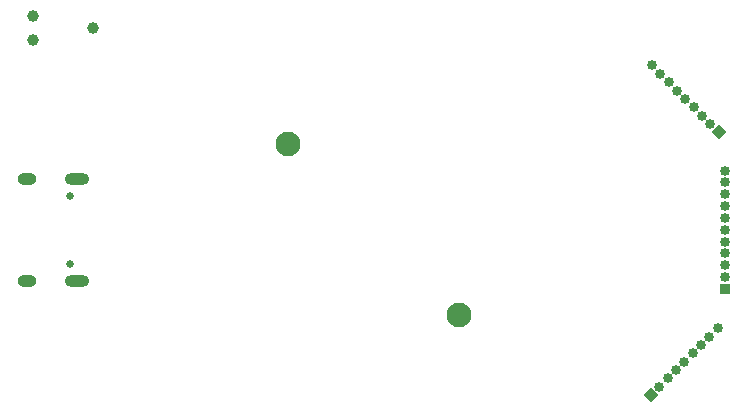
<source format=gbr>
%TF.GenerationSoftware,KiCad,Pcbnew,9.0.3*%
%TF.CreationDate,2025-07-23T20:32:43-05:00*%
%TF.ProjectId,MouseWB5,4d6f7573-6557-4423-952e-6b696361645f,rev?*%
%TF.SameCoordinates,Original*%
%TF.FileFunction,Soldermask,Bot*%
%TF.FilePolarity,Negative*%
%FSLAX46Y46*%
G04 Gerber Fmt 4.6, Leading zero omitted, Abs format (unit mm)*
G04 Created by KiCad (PCBNEW 9.0.3) date 2025-07-23 20:32:43*
%MOMM*%
%LPD*%
G01*
G04 APERTURE LIST*
G04 Aperture macros list*
%AMHorizOval*
0 Thick line with rounded ends*
0 $1 width*
0 $2 $3 position (X,Y) of the first rounded end (center of the circle)*
0 $4 $5 position (X,Y) of the second rounded end (center of the circle)*
0 Add line between two ends*
20,1,$1,$2,$3,$4,$5,0*
0 Add two circle primitives to create the rounded ends*
1,1,$1,$2,$3*
1,1,$1,$4,$5*%
%AMRotRect*
0 Rectangle, with rotation*
0 The origin of the aperture is its center*
0 $1 length*
0 $2 width*
0 $3 Rotation angle, in degrees counterclockwise*
0 Add horizontal line*
21,1,$1,$2,0,0,$3*%
G04 Aperture macros list end*
%ADD10C,2.100000*%
%ADD11R,0.850000X0.850000*%
%ADD12O,0.850000X0.850000*%
%ADD13C,0.650000*%
%ADD14O,2.100000X1.000000*%
%ADD15O,1.600000X1.000000*%
%ADD16C,0.990600*%
%ADD17RotRect,0.850000X0.850000X135.000000*%
%ADD18HorizOval,0.850000X0.000000X0.000000X0.000000X0.000000X0*%
%ADD19RotRect,0.850000X0.850000X225.000000*%
%ADD20HorizOval,0.850000X0.000000X0.000000X0.000000X0.000000X0*%
G04 APERTURE END LIST*
D10*
%TO.C,H3*%
X140000000Y-127250000D03*
%TD*%
D11*
%TO.C,J2*%
X162500000Y-125000000D03*
D12*
X162500000Y-124000000D03*
X162500000Y-123000000D03*
X162500000Y-122000000D03*
X162500000Y-121000000D03*
X162500000Y-120000000D03*
X162500000Y-119000000D03*
X162500000Y-118000000D03*
X162500000Y-117000000D03*
X162500000Y-116000000D03*
X162500000Y-115000000D03*
%TD*%
D13*
%TO.C,J1*%
X107100000Y-117110000D03*
X107100000Y-122890000D03*
D14*
X107630000Y-115680000D03*
D15*
X103450000Y-115680000D03*
D14*
X107630000Y-124320000D03*
D15*
X103450000Y-124320000D03*
%TD*%
D16*
%TO.C,J11*%
X109040000Y-102885000D03*
X103960000Y-103901000D03*
X103960000Y-101869000D03*
%TD*%
D17*
%TO.C,J10*%
X156250000Y-134000000D03*
D18*
X156957107Y-133292893D03*
X157664214Y-132585786D03*
X158371320Y-131878680D03*
X159078427Y-131171573D03*
X159785534Y-130464466D03*
X160492641Y-129757359D03*
X161199747Y-129050253D03*
X161906854Y-128343146D03*
%TD*%
D19*
%TO.C,J3*%
X162000000Y-111750000D03*
D20*
X161292893Y-111042893D03*
X160585786Y-110335786D03*
X159878680Y-109628680D03*
X159171573Y-108921573D03*
X158464466Y-108214466D03*
X157757359Y-107507359D03*
X157050253Y-106800253D03*
X156343146Y-106093146D03*
%TD*%
D10*
%TO.C,H2*%
X125500000Y-112750000D03*
%TD*%
M02*

</source>
